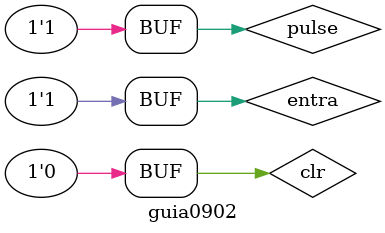
<source format=v>

`include "jkff.v"

module guia0902;

reg pulse, clr, entra;
wire a, b, c, d, e, a1, b1, c1, d1, e1;

jkff jk5 (e1, e, entra, entra, pulse, clr);
jkff jk4 (d1, d, entra, entra, e1, clr);
jkff jk3 (c1, c, entra, entra, d1, clr);
jkff jk2 (b1, b, entra, entra, c1, clr);
jkff jk1 (a1, a, entra, entra, b1, clr);






initial begin

$display ("guia0902");
$display ("teste - contador assincrono crescente com 5 bits");
$display ("a , b,  c, d, e ");
$monitor ("%b , %b , %b, %b, %b", a, b, c, d, e );
#1 entra=1; pulse=1; clr=0;
#1 entra=1; pulse=0; clr=0;
#1 entra=1; pulse=1; clr=0;
#1 entra=1; pulse=0; clr=0;
#1 entra=1; pulse=1; clr=0;
#1 entra=1; pulse=0; clr=0;
#1 entra=1; pulse=1; clr=0;
#1 entra=1; pulse=0; clr=0;
#1 entra=1; pulse=1; clr=0;
end
endmodule



</source>
